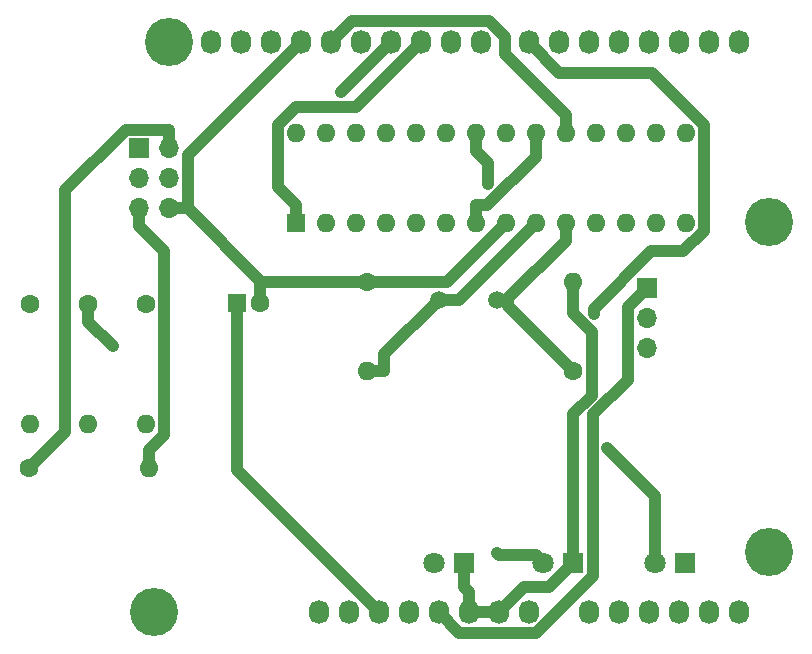
<source format=gbr>
G04 #@! TF.GenerationSoftware,KiCad,Pcbnew,5.1.5+dfsg1-2build2*
G04 #@! TF.CreationDate,2020-08-22T10:33:05-04:00*
G04 #@! TF.ProjectId,arduino-isp,61726475-696e-46f2-9d69-73702e6b6963,rev?*
G04 #@! TF.SameCoordinates,Original*
G04 #@! TF.FileFunction,Copper,L2,Bot*
G04 #@! TF.FilePolarity,Positive*
%FSLAX46Y46*%
G04 Gerber Fmt 4.6, Leading zero omitted, Abs format (unit mm)*
G04 Created by KiCad (PCBNEW 5.1.5+dfsg1-2build2) date 2020-08-22 10:33:05*
%MOMM*%
%LPD*%
G04 APERTURE LIST*
%ADD10C,1.600000*%
%ADD11R,1.600000X1.600000*%
%ADD12O,1.600000X1.600000*%
%ADD13C,1.800000*%
%ADD14R,1.800000X1.800000*%
%ADD15O,1.700000X1.700000*%
%ADD16R,1.700000X1.700000*%
%ADD17C,1.500000*%
%ADD18O,1.727200X2.032000*%
%ADD19C,4.064000*%
%ADD20C,0.600000*%
%ADD21C,1.000000*%
G04 APERTURE END LIST*
D10*
X133998000Y-97615000D03*
D11*
X131998000Y-97615000D03*
D12*
X119398000Y-107875000D03*
D10*
X119398000Y-97715000D03*
D12*
X114498000Y-107875000D03*
D10*
X114498000Y-97715000D03*
D12*
X124298000Y-107875000D03*
D10*
X124298000Y-97715000D03*
D12*
X124558000Y-111615000D03*
D10*
X114398000Y-111615000D03*
D13*
X167458000Y-119615000D03*
D14*
X169998000Y-119615000D03*
D15*
X126288000Y-89615000D03*
X123748000Y-89615000D03*
X126288000Y-87075000D03*
X123748000Y-87075000D03*
X126288000Y-84535000D03*
D16*
X123748000Y-84535000D03*
D12*
X136998000Y-83245000D03*
X170018000Y-90865000D03*
X139538000Y-83245000D03*
X167478000Y-90865000D03*
X142078000Y-83245000D03*
X164938000Y-90865000D03*
X144618000Y-83245000D03*
X162398000Y-90865000D03*
X147158000Y-83245000D03*
X159858000Y-90865000D03*
X149698000Y-83245000D03*
X157318000Y-90865000D03*
X152238000Y-83245000D03*
X154778000Y-90865000D03*
X154778000Y-83245000D03*
X152238000Y-90865000D03*
X157318000Y-83245000D03*
X149698000Y-90865000D03*
X159858000Y-83245000D03*
X147158000Y-90865000D03*
X162398000Y-83245000D03*
X144618000Y-90865000D03*
X164938000Y-83245000D03*
X142078000Y-90865000D03*
X167478000Y-83245000D03*
X139538000Y-90865000D03*
X170018000Y-83245000D03*
D11*
X136998000Y-90865000D03*
D17*
X149098000Y-97365000D03*
X153998000Y-97365000D03*
D13*
X157958000Y-119615000D03*
D14*
X160498000Y-119615000D03*
D13*
X148708000Y-119615000D03*
D14*
X151248000Y-119615000D03*
D12*
X160498000Y-95865000D03*
D10*
X160498000Y-103365000D03*
D12*
X142998000Y-103365000D03*
D10*
X142998000Y-95865000D03*
D18*
X156718000Y-123825000D03*
X154178000Y-123825000D03*
X151638000Y-123825000D03*
X149098000Y-123825000D03*
X146558000Y-123825000D03*
X144018000Y-123825000D03*
X141478000Y-123825000D03*
X138938000Y-123825000D03*
X174498000Y-123825000D03*
X171958000Y-123825000D03*
X169418000Y-123825000D03*
X166878000Y-123825000D03*
X164338000Y-123825000D03*
X161798000Y-123825000D03*
X152654000Y-75565000D03*
X150114000Y-75565000D03*
X147574000Y-75565000D03*
X145034000Y-75565000D03*
X142494000Y-75565000D03*
X139954000Y-75565000D03*
X137414000Y-75565000D03*
X134874000Y-75565000D03*
X132334000Y-75565000D03*
X129794000Y-75565000D03*
X174498000Y-75565000D03*
X171958000Y-75565000D03*
X169418000Y-75565000D03*
X166878000Y-75565000D03*
X164338000Y-75565000D03*
X161798000Y-75565000D03*
X159258000Y-75565000D03*
X156718000Y-75565000D03*
D19*
X124968000Y-123825000D03*
X177038000Y-118745000D03*
X126238000Y-75565000D03*
X177038000Y-90805000D03*
D15*
X166698000Y-101495000D03*
X166698000Y-98955000D03*
D16*
X166698000Y-96415000D03*
D20*
X153279800Y-87600700D03*
X163377500Y-109932400D03*
X154013900Y-118782400D03*
X140851800Y-79747200D03*
X139307800Y-81047300D03*
X121493000Y-101310000D03*
X162243100Y-98575100D03*
D21*
X144018000Y-123825000D02*
X131998000Y-111805000D01*
X131998000Y-111805000D02*
X131998000Y-97615000D01*
X166698000Y-96415000D02*
X165120400Y-97992600D01*
X165120400Y-97992600D02*
X165120400Y-104130900D01*
X165120400Y-104130900D02*
X162177100Y-107074200D01*
X162177100Y-107074200D02*
X162177100Y-120730200D01*
X162177100Y-120730200D02*
X157364700Y-125542600D01*
X157364700Y-125542600D02*
X150815600Y-125542600D01*
X150815600Y-125542600D02*
X149098000Y-123825000D01*
X160498000Y-97365300D02*
X160498000Y-98527500D01*
X160498000Y-98527500D02*
X162047100Y-100076600D01*
X162047100Y-100076600D02*
X162047100Y-105506500D01*
X162047100Y-105506500D02*
X160498000Y-107055600D01*
X160498000Y-107055600D02*
X160498000Y-118014700D01*
X133998000Y-95865000D02*
X133998000Y-95774700D01*
X133998000Y-95774700D02*
X127838300Y-89615000D01*
X133998000Y-97615000D02*
X133998000Y-95865000D01*
X133998000Y-95865000D02*
X142998000Y-95865000D01*
X137414000Y-75565000D02*
X127838300Y-85140700D01*
X127838300Y-85140700D02*
X127838300Y-89615000D01*
X126288000Y-89615000D02*
X127838300Y-89615000D01*
X154178000Y-123825000D02*
X153201900Y-123825000D01*
X160498000Y-119615000D02*
X158461800Y-121651200D01*
X158461800Y-121651200D02*
X156351800Y-121651200D01*
X156351800Y-121651200D02*
X154178000Y-123825000D01*
X151638000Y-123825000D02*
X153201900Y-123825000D01*
X160498000Y-119615000D02*
X160498000Y-118014700D01*
X160498000Y-95865000D02*
X160498000Y-97365300D01*
X152238000Y-83245000D02*
X152238000Y-84745300D01*
X152238000Y-84745300D02*
X153279800Y-85787100D01*
X153279800Y-85787100D02*
X153279800Y-87600700D01*
X154778000Y-90865000D02*
X149778000Y-95865000D01*
X149778000Y-95865000D02*
X142998000Y-95865000D01*
X151638000Y-123825000D02*
X151638000Y-122108700D01*
X151638000Y-122108700D02*
X151248000Y-121718700D01*
X151248000Y-121718700D02*
X151248000Y-119615000D01*
X142998000Y-103365000D02*
X144498300Y-103365000D01*
X144498300Y-103365000D02*
X144498300Y-101964700D01*
X144498300Y-101964700D02*
X149098000Y-97365000D01*
X149098000Y-97365000D02*
X150818000Y-97365000D01*
X150818000Y-97365000D02*
X157318000Y-90865000D01*
X154996900Y-97365000D02*
X154996900Y-97863900D01*
X154996900Y-97863900D02*
X160498000Y-103365000D01*
X159858000Y-92365300D02*
X154996900Y-97226400D01*
X154996900Y-97226400D02*
X154996900Y-97365000D01*
X154996900Y-97365000D02*
X153998000Y-97365000D01*
X159858000Y-90865000D02*
X159858000Y-92365300D01*
X167458000Y-119615000D02*
X167458000Y-114012900D01*
X167458000Y-114012900D02*
X163377500Y-109932400D01*
X157958000Y-119615000D02*
X157324200Y-118981200D01*
X157324200Y-118981200D02*
X157324200Y-118981100D01*
X157324200Y-118981100D02*
X154212600Y-118981100D01*
X154212600Y-118981100D02*
X154013900Y-118782400D01*
X159858000Y-83245000D02*
X159858000Y-81744700D01*
X139954000Y-75565000D02*
X141727000Y-73792000D01*
X141727000Y-73792000D02*
X153323900Y-73792000D01*
X153323900Y-73792000D02*
X154686000Y-75154100D01*
X154686000Y-75154100D02*
X154686000Y-76572700D01*
X154686000Y-76572700D02*
X159858000Y-81744700D01*
X145034000Y-75565000D02*
X140851800Y-79747200D01*
X147574000Y-75565000D02*
X142091700Y-81047300D01*
X142091700Y-81047300D02*
X139307800Y-81047300D01*
X136998000Y-90865000D02*
X136998000Y-89364700D01*
X136998000Y-89364700D02*
X135477900Y-87844600D01*
X135477900Y-87844600D02*
X135477900Y-82598900D01*
X135477900Y-82598900D02*
X137029500Y-81047300D01*
X137029500Y-81047300D02*
X139307800Y-81047300D01*
X124558000Y-111615000D02*
X124558000Y-110114700D01*
X123748000Y-89615000D02*
X123748000Y-91165300D01*
X123748000Y-91165300D02*
X125817700Y-93235000D01*
X125817700Y-93235000D02*
X125817700Y-108855000D01*
X125817700Y-108855000D02*
X124558000Y-110114700D01*
X121493000Y-101310000D02*
X119398000Y-99215000D01*
X119398000Y-99215000D02*
X119398000Y-97715000D01*
X156718000Y-75565000D02*
X159317700Y-78164700D01*
X159317700Y-78164700D02*
X167121700Y-78164700D01*
X167121700Y-78164700D02*
X171534100Y-82577100D01*
X171534100Y-82577100D02*
X171534100Y-91516600D01*
X171534100Y-91516600D02*
X169776500Y-93274200D01*
X169776500Y-93274200D02*
X167079000Y-93274200D01*
X167079000Y-93274200D02*
X162243100Y-98110100D01*
X162243100Y-98110100D02*
X162243100Y-98575100D01*
X126288000Y-84535000D02*
X126288000Y-82984700D01*
X114398000Y-111615000D02*
X117475100Y-108537900D01*
X117475100Y-108537900D02*
X117475100Y-88116800D01*
X117475100Y-88116800D02*
X122607200Y-82984700D01*
X122607200Y-82984700D02*
X126288000Y-82984700D01*
X152238000Y-89364700D02*
X153213400Y-89364700D01*
X153213400Y-89364700D02*
X157318000Y-85260100D01*
X157318000Y-85260100D02*
X157318000Y-84745300D01*
X152238000Y-90865000D02*
X152238000Y-89364700D01*
X157318000Y-83245000D02*
X157318000Y-84745300D01*
M02*

</source>
